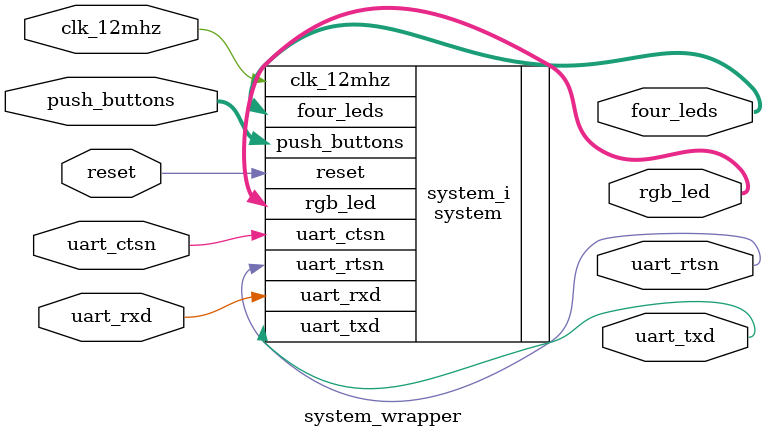
<source format=v>
`timescale 1 ps / 1 ps

module system_wrapper
   (clk_12mhz,
    four_leds,
    push_buttons,
    reset,
    rgb_led,
    uart_ctsn,
    uart_rtsn,
    uart_rxd,
    uart_txd);
  input clk_12mhz;
  output [3:0]four_leds;
  input [1:0]push_buttons;
  input reset;
  output [2:0]rgb_led;
  input uart_ctsn;
  output uart_rtsn;
  input uart_rxd;
  output uart_txd;

  wire clk_12mhz;
  wire [3:0]four_leds;
  wire [1:0]push_buttons;
  wire reset;
  wire [2:0]rgb_led;
  wire uart_ctsn;
  wire uart_rtsn;
  wire uart_rxd;
  wire uart_txd;

  system system_i
       (.clk_12mhz(clk_12mhz),
        .four_leds(four_leds),
        .push_buttons(push_buttons),
        .reset(reset),
        .rgb_led(rgb_led),
        .uart_ctsn(uart_ctsn),
        .uart_rtsn(uart_rtsn),
        .uart_rxd(uart_rxd),
        .uart_txd(uart_txd));
endmodule

</source>
